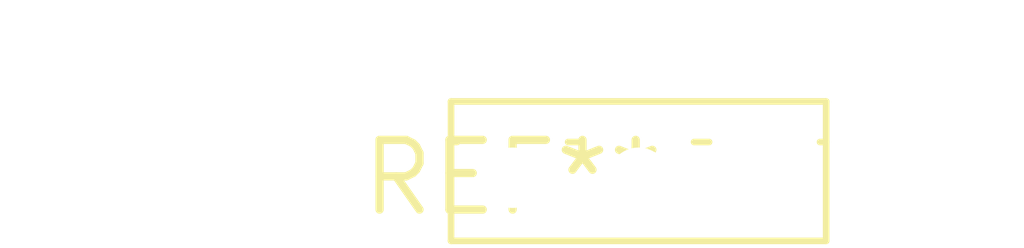
<source format=kicad_pcb>
(kicad_pcb (version 20240108) (generator pcbnew)
  (layers (0 "F.Cu" signal) (31 "B.Cu" signal) (34 "B.Paste" user) (35 "F.Paste" user) (36 "B.SilkS" user "B.Silkscreen") (37 "F.SilkS" user "F.Silkscreen") (38 "B.Mask" user) (39 "F.Mask" user) (44 "Edge.Cuts" user))
  (net 0 "")
  (footprint "TO-251-3_Vertical" (layer "F.Cu") (at 0 0)
    (property "Reference" "REF**")
    (property "Value" "TO-251-3_Vertical")
    (fp_line (start -1.12 -1.39) (end -1.12 1.15) (layer "F.SilkS") (stroke (width 0.12)))
    (fp_line (start -1.12 -1.39) (end 5.7 -1.39) (layer "F.SilkS") (stroke (width 0.12)))
    (fp_line (start -1.12 -0.651) (end -1.009 -0.651) (layer "F.SilkS") (stroke (width 0.12)))
    (fp_line (start -1.12 1.15) (end 5.7 1.15) (layer "F.SilkS") (stroke (width 0.12)))
    (fp_line (start 1.009 -0.651) (end 1.282 -0.651) (layer "F.SilkS") (stroke (width 0.12)))
    (fp_line (start 3.299 -0.651) (end 3.572 -0.651) (layer "F.SilkS") (stroke (width 0.12)))
    (fp_line (start 5.589 -0.651) (end 5.7 -0.651) (layer "F.SilkS") (stroke (width 0.12)))
    (fp_line (start 5.7 -1.39) (end 5.7 1.15) (layer "F.SilkS") (stroke (width 0.12)))
    (pad "1" thru_hole rect (at 0 0) (size 1.7175 1.8) (drill 1.1) (layers *.Cu *.Mask) (remove_unused_layers))
    (pad "2" thru_hole oval (at 2.29 0) (size 1.7175 1.8) (drill 1.1) (layers *.Cu *.Mask) (remove_unused_layers))
    (pad "3" thru_hole oval (at 4.58 0) (size 1.7175 1.8) (drill 1.1) (layers *.Cu *.Mask) (remove_unused_layers))
  )
)
</source>
